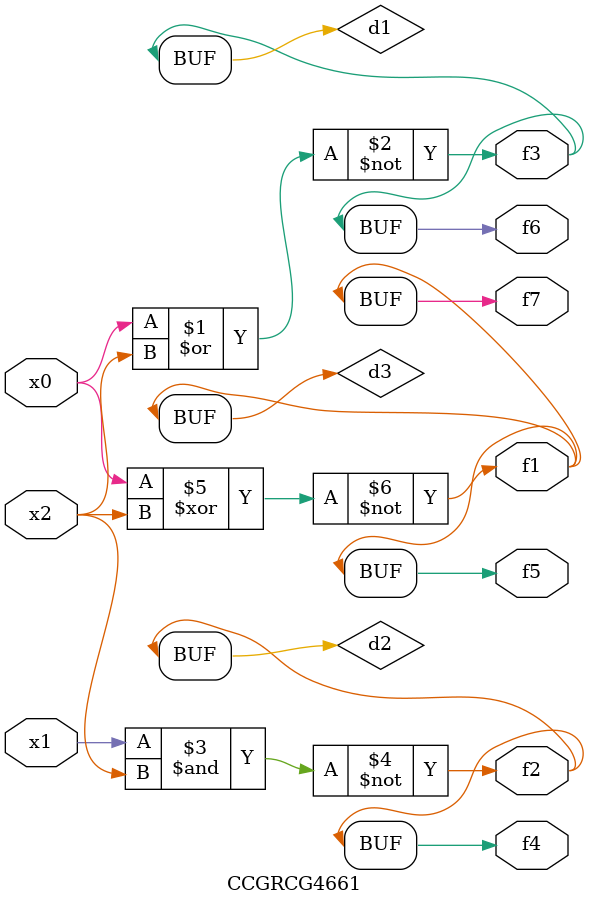
<source format=v>
module CCGRCG4661(
	input x0, x1, x2,
	output f1, f2, f3, f4, f5, f6, f7
);

	wire d1, d2, d3;

	nor (d1, x0, x2);
	nand (d2, x1, x2);
	xnor (d3, x0, x2);
	assign f1 = d3;
	assign f2 = d2;
	assign f3 = d1;
	assign f4 = d2;
	assign f5 = d3;
	assign f6 = d1;
	assign f7 = d3;
endmodule

</source>
